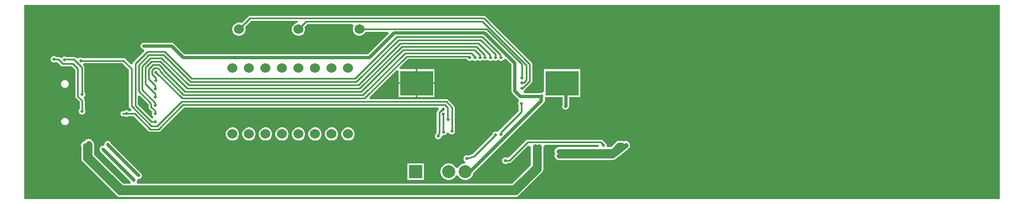
<source format=gbl>
G04*
G04 #@! TF.GenerationSoftware,Altium Limited,CircuitMaker,2.3.0 (2.3.0.3)*
G04*
G04 Layer_Physical_Order=2*
G04 Layer_Color=11436288*
%FSLAX25Y25*%
%MOIN*%
G70*
G04*
G04 #@! TF.SameCoordinates,90B3883F-12C0-4788-AEBF-A64E1D99C10B*
G04*
G04*
G04 #@! TF.FilePolarity,Positive*
G04*
G01*
G75*
%ADD13C,0.01000*%
%ADD97C,0.02000*%
%ADD98C,0.03000*%
%ADD103C,0.01949*%
%ADD104R,0.07874X0.07874*%
%ADD105C,0.07874*%
%ADD106C,0.06000*%
%ADD107C,0.14173*%
G04:AMPARAMS|DCode=108|XSize=39.37mil|YSize=86.61mil|CornerRadius=19.68mil|HoleSize=0mil|Usage=FLASHONLY|Rotation=270.000|XOffset=0mil|YOffset=0mil|HoleType=Round|Shape=RoundedRectangle|*
%AMROUNDEDRECTD108*
21,1,0.03937,0.04724,0,0,270.0*
21,1,0.00000,0.08661,0,0,270.0*
1,1,0.03937,-0.02362,0.00000*
1,1,0.03937,-0.02362,0.00000*
1,1,0.03937,0.02362,0.00000*
1,1,0.03937,0.02362,0.00000*
%
%ADD108ROUNDEDRECTD108*%
G04:AMPARAMS|DCode=109|XSize=39.37mil|YSize=78.74mil|CornerRadius=19.68mil|HoleSize=0mil|Usage=FLASHONLY|Rotation=270.000|XOffset=0mil|YOffset=0mil|HoleType=Round|Shape=RoundedRectangle|*
%AMROUNDEDRECTD109*
21,1,0.03937,0.03937,0,0,270.0*
21,1,0.00000,0.07874,0,0,270.0*
1,1,0.03937,-0.01968,0.00000*
1,1,0.03937,-0.01968,0.00000*
1,1,0.03937,0.01968,0.00000*
1,1,0.03937,0.01968,0.00000*
%
%ADD109ROUNDEDRECTD109*%
%ADD110C,0.07000*%
%ADD111C,0.02362*%
%ADD112R,0.20000X0.15000*%
G36*
X590658Y49D02*
X158Y49D01*
X158Y118249D01*
X590658Y118249D01*
X590658Y49D01*
X590658Y49D02*
G37*
%LPC*%
G36*
X278228Y111579D02*
X136758Y111579D01*
X136172Y111462D01*
X135676Y111131D01*
X131614Y107069D01*
X131601Y107077D01*
X130584Y107349D01*
X129531Y107349D01*
X128514Y107077D01*
X127601Y106550D01*
X126857Y105805D01*
X126330Y104893D01*
X126058Y103876D01*
X126058Y102823D01*
X126330Y101805D01*
X126857Y100893D01*
X127601Y100148D01*
X128514Y99622D01*
X129531Y99349D01*
X130584Y99349D01*
X131601Y99622D01*
X132513Y100148D01*
X133258Y100893D01*
X133785Y101805D01*
X134057Y102823D01*
X134057Y103876D01*
X133785Y104893D01*
X133777Y104906D01*
X137391Y108520D01*
X165528Y108520D01*
X165606Y108507D01*
X165631Y107349D01*
X165524Y107321D01*
X164613Y107077D01*
X163701Y106550D01*
X162957Y105805D01*
X162430Y104893D01*
X162157Y103876D01*
X162157Y102823D01*
X162430Y101805D01*
X162957Y100893D01*
X163701Y100148D01*
X164613Y99622D01*
X165631Y99349D01*
X166684Y99349D01*
X167701Y99622D01*
X168614Y100148D01*
X169358Y100893D01*
X169885Y101805D01*
X170158Y102823D01*
X170158Y103876D01*
X169885Y104893D01*
X169877Y104906D01*
X171473Y106502D01*
X198742Y106502D01*
X199419Y105321D01*
X199230Y104993D01*
X198958Y103976D01*
X198958Y102923D01*
X199230Y101905D01*
X199757Y100993D01*
X200501Y100248D01*
X201413Y99722D01*
X202431Y99449D01*
X203484Y99449D01*
X204501Y99722D01*
X205414Y100248D01*
X206158Y100993D01*
X206685Y101905D01*
X206689Y101920D01*
X220367Y101920D01*
X220819Y100829D01*
X212630Y92640D01*
X212484Y92579D01*
X211929Y92024D01*
X211868Y91878D01*
X208179Y88188D01*
X97202Y88188D01*
X90799Y94591D01*
X90138Y95033D01*
X89358Y95188D01*
X72557Y95188D01*
X71777Y95033D01*
X71116Y94591D01*
X70674Y93930D01*
X70518Y93149D01*
X70674Y92369D01*
X71116Y91707D01*
X71777Y91265D01*
X72194Y91182D01*
X72235Y91165D01*
X72321Y91062D01*
X72605Y90359D01*
X72633Y89929D01*
X66202Y83498D01*
X65870Y83002D01*
X65765Y82475D01*
X65324Y82181D01*
X64662Y81907D01*
X61239Y85331D01*
X60743Y85662D01*
X60158Y85779D01*
X35520Y85779D01*
X35376Y85923D01*
X34650Y86224D01*
X33865Y86224D01*
X33139Y85923D01*
X33005Y85789D01*
X31506Y85618D01*
X31101Y86022D01*
X30605Y86354D01*
X30020Y86470D01*
X25580Y86470D01*
X25573Y86478D01*
X24847Y86778D01*
X24061Y86778D01*
X23336Y86478D01*
X22780Y85922D01*
X21623Y86214D01*
X21383Y86374D01*
X20798Y86491D01*
X19359Y86491D01*
X19214Y86635D01*
X18489Y86936D01*
X17703Y86936D01*
X16978Y86635D01*
X16422Y86080D01*
X16122Y85354D01*
X16122Y84569D01*
X16422Y83843D01*
X16978Y83287D01*
X17703Y82987D01*
X18489Y82987D01*
X19214Y83287D01*
X20430Y83166D01*
X22348Y81248D01*
X22844Y80916D01*
X23429Y80800D01*
X28241Y80800D01*
X28406Y80833D01*
X28825Y80833D01*
X30922Y78736D01*
X30922Y62576D01*
X31039Y61991D01*
X31370Y61494D01*
X33569Y59295D01*
X33569Y54777D01*
X33425Y54632D01*
X33124Y53907D01*
X33124Y53121D01*
X33425Y52395D01*
X33980Y51840D01*
X34706Y51539D01*
X35491Y51539D01*
X36217Y51840D01*
X36772Y52395D01*
X37073Y53121D01*
X37073Y53907D01*
X36772Y54632D01*
X36628Y54777D01*
X36628Y59929D01*
X36511Y60514D01*
X36340Y60771D01*
X36044Y61927D01*
X36600Y62482D01*
X36900Y63208D01*
X36900Y63994D01*
X36600Y64719D01*
X36455Y64864D01*
X36455Y80035D01*
X36339Y80620D01*
X36007Y81116D01*
X35626Y81498D01*
X35616Y81613D01*
X36074Y82720D01*
X59524Y82720D01*
X63428Y78816D01*
X63428Y56749D01*
X63544Y56164D01*
X63876Y55668D01*
X64974Y54570D01*
X64522Y53479D01*
X63214Y53479D01*
X63042Y53651D01*
X62317Y53951D01*
X61531Y53951D01*
X60806Y53651D01*
X60634Y53479D01*
X59857Y53479D01*
X59272Y53362D01*
X58776Y53031D01*
X58444Y52535D01*
X58328Y51949D01*
X58444Y51364D01*
X58776Y50868D01*
X59272Y50536D01*
X59857Y50420D01*
X60689Y50420D01*
X60806Y50303D01*
X61531Y50002D01*
X62317Y50002D01*
X63042Y50303D01*
X63159Y50420D01*
X66296Y50420D01*
X75222Y41493D01*
X75718Y41162D01*
X76303Y41045D01*
X81312Y41045D01*
X81897Y41162D01*
X82393Y41493D01*
X96694Y55794D01*
X250570Y55794D01*
X251059Y54613D01*
X250302Y53856D01*
X249970Y53359D01*
X249854Y52774D01*
X249854Y40702D01*
X249588Y40437D01*
X249256Y39940D01*
X249232Y39820D01*
X248995Y39583D01*
X248695Y38857D01*
X248695Y38072D01*
X248995Y37346D01*
X249551Y36791D01*
X250277Y36490D01*
X251062Y36490D01*
X251788Y36791D01*
X252343Y37346D01*
X252644Y38072D01*
X253499Y38915D01*
X253735Y38931D01*
X254300Y38931D01*
X255026Y39232D01*
X255581Y39787D01*
X255852Y40440D01*
X256121Y40530D01*
X257063Y40597D01*
X257087Y40538D01*
X257243Y40161D01*
X257799Y39606D01*
X258525Y39305D01*
X259310Y39305D01*
X260036Y39606D01*
X260591Y40161D01*
X260892Y40887D01*
X260892Y41672D01*
X260667Y42215D01*
X260667Y55797D01*
X260551Y56382D01*
X260219Y56878D01*
X256692Y60405D01*
X256196Y60737D01*
X255611Y60853D01*
X209392Y60853D01*
X208940Y61944D01*
X225410Y78414D01*
X226591Y77925D01*
X226591Y71024D01*
X237083Y71024D01*
X237083Y79016D01*
X227682Y79016D01*
X227192Y80197D01*
X232315Y85320D01*
X267981Y85320D01*
X268184Y84831D01*
X268739Y84275D01*
X269465Y83975D01*
X270250Y83975D01*
X270976Y84275D01*
X271458Y84757D01*
X271839Y84375D01*
X272565Y84075D01*
X273350Y84075D01*
X274076Y84375D01*
X274568Y84867D01*
X274949Y84486D01*
X275675Y84185D01*
X276461Y84185D01*
X277186Y84486D01*
X277628Y84928D01*
X277991Y84565D01*
X278716Y84264D01*
X279502Y84264D01*
X280227Y84565D01*
X280654Y84992D01*
X281189Y84456D01*
X281915Y84156D01*
X282701Y84156D01*
X283426Y84456D01*
X283858Y84888D01*
X284310Y84437D01*
X285035Y84136D01*
X285821Y84136D01*
X286546Y84437D01*
X287057Y84947D01*
X287518Y84486D01*
X288244Y84185D01*
X289029Y84185D01*
X289755Y84486D01*
X290269Y85000D01*
X290325Y85044D01*
X291679Y85260D01*
X295118Y81821D01*
X295118Y65849D01*
X295273Y65069D01*
X295716Y64407D01*
X299015Y61107D01*
X299016Y61107D01*
X299350Y60884D01*
X299451Y60655D01*
X299552Y59815D01*
X299505Y59495D01*
X299266Y59257D01*
X298965Y58531D01*
X298965Y57745D01*
X299266Y57020D01*
X299410Y56875D01*
X299410Y53604D01*
X296856Y51050D01*
X296701Y50946D01*
X287506Y41751D01*
X287460Y41683D01*
X287041Y41242D01*
X285945Y41129D01*
X285929Y41136D01*
X285143Y41136D01*
X284418Y40836D01*
X283862Y40280D01*
X283562Y39555D01*
X283562Y39350D01*
X271558Y27346D01*
X268760Y26507D01*
X268396Y26658D01*
X267610Y26658D01*
X266885Y26358D01*
X266329Y25802D01*
X266029Y25076D01*
X266029Y24291D01*
X266329Y23565D01*
X266885Y23010D01*
X267155Y22898D01*
X266920Y21717D01*
X266402Y21717D01*
X265146Y21381D01*
X264021Y20730D01*
X263101Y19811D01*
X262699Y19114D01*
X262691Y19111D01*
X261413Y19111D01*
X261405Y19114D01*
X261003Y19811D01*
X260083Y20730D01*
X258958Y21381D01*
X257702Y21717D01*
X256402Y21717D01*
X255146Y21381D01*
X254021Y20730D01*
X253101Y19811D01*
X252451Y18686D01*
X252115Y17430D01*
X252115Y16130D01*
X252451Y14874D01*
X253101Y13748D01*
X254021Y12829D01*
X255146Y12179D01*
X256402Y11843D01*
X257702Y11843D01*
X258958Y12179D01*
X260083Y12829D01*
X261003Y13748D01*
X261405Y14446D01*
X261413Y14449D01*
X262691Y14449D01*
X262699Y14446D01*
X263101Y13748D01*
X264021Y12829D01*
X265146Y12179D01*
X266402Y11843D01*
X267702Y11843D01*
X268958Y12179D01*
X270083Y12829D01*
X271003Y13748D01*
X271653Y14874D01*
X271865Y15668D01*
X314659Y58462D01*
X314659Y58462D01*
X315101Y59124D01*
X315257Y59904D01*
X315257Y59904D01*
X315257Y62032D01*
X325951Y62032D01*
X325951Y57098D01*
X325860Y56879D01*
X325860Y56094D01*
X326161Y55368D01*
X326716Y54812D01*
X327187Y54617D01*
X327210Y54602D01*
X327236Y54597D01*
X327442Y54512D01*
X327664Y54512D01*
X327990Y54447D01*
X328770Y54602D01*
X329432Y55044D01*
X329874Y55706D01*
X330029Y56486D01*
X330029Y62032D01*
X336575Y62032D01*
X336575Y79031D01*
X314575Y79031D01*
X314575Y65649D01*
X313784Y64698D01*
X312999Y64698D01*
X312735Y64588D01*
X302652Y64588D01*
X302417Y65769D01*
X302610Y65849D01*
X303165Y66405D01*
X303398Y66968D01*
X307144Y70714D01*
X307476Y71210D01*
X307592Y71796D01*
X307592Y82215D01*
X307476Y82800D01*
X307144Y83296D01*
X279310Y111131D01*
X278814Y111462D01*
X278228Y111579D01*
X278228Y111579D02*
G37*
G36*
X248559Y79016D02*
X238067Y79016D01*
X238067Y71024D01*
X248559Y71024D01*
X248559Y79016D01*
X248559Y79016D02*
G37*
G36*
X25090Y72374D02*
X24184Y72374D01*
X23346Y72027D01*
X22704Y71385D01*
X22357Y70547D01*
X22357Y69641D01*
X22704Y68803D01*
X23346Y68162D01*
X24184Y67815D01*
X25090Y67815D01*
X25928Y68162D01*
X26570Y68803D01*
X26917Y69641D01*
X26917Y70547D01*
X26570Y71385D01*
X25928Y72027D01*
X25090Y72374D01*
X25090Y72374D02*
G37*
G36*
X248559Y70039D02*
X238067Y70039D01*
X238067Y62047D01*
X248559Y62047D01*
X248559Y70039D01*
X248559Y70039D02*
G37*
G36*
X237083Y70039D02*
X226591Y70039D01*
X226591Y62047D01*
X237083Y62047D01*
X237083Y70039D01*
X237083Y70039D02*
G37*
G36*
X25090Y49539D02*
X24184Y49539D01*
X23346Y49192D01*
X22704Y48551D01*
X22357Y47713D01*
X22357Y46806D01*
X22704Y45968D01*
X23346Y45327D01*
X24184Y44980D01*
X25090Y44980D01*
X25928Y45327D01*
X26570Y45968D01*
X26917Y46806D01*
X26917Y47713D01*
X26570Y48551D01*
X25928Y49192D01*
X25090Y49539D01*
X25090Y49539D02*
G37*
G36*
X196684Y43649D02*
X195631Y43649D01*
X194614Y43377D01*
X193701Y42850D01*
X192957Y42105D01*
X192430Y41193D01*
X192157Y40176D01*
X192157Y39123D01*
X192430Y38105D01*
X192957Y37193D01*
X193701Y36448D01*
X194614Y35922D01*
X195631Y35649D01*
X196684Y35649D01*
X197701Y35922D01*
X198614Y36448D01*
X199358Y37193D01*
X199885Y38105D01*
X200157Y39123D01*
X200157Y40176D01*
X199885Y41193D01*
X199358Y42105D01*
X198614Y42850D01*
X197701Y43377D01*
X196684Y43649D01*
X196684Y43649D02*
G37*
G36*
X186684Y43649D02*
X185631Y43649D01*
X184614Y43377D01*
X183701Y42850D01*
X182957Y42105D01*
X182430Y41193D01*
X182158Y40176D01*
X182158Y39123D01*
X182430Y38105D01*
X182957Y37193D01*
X183701Y36448D01*
X184614Y35922D01*
X185631Y35649D01*
X186684Y35649D01*
X187701Y35922D01*
X188613Y36448D01*
X189358Y37193D01*
X189885Y38105D01*
X190157Y39123D01*
X190157Y40176D01*
X189885Y41193D01*
X189358Y42105D01*
X188613Y42850D01*
X187701Y43377D01*
X186684Y43649D01*
X186684Y43649D02*
G37*
G36*
X176684Y43649D02*
X175631Y43649D01*
X174613Y43377D01*
X173701Y42850D01*
X172957Y42105D01*
X172430Y41193D01*
X172158Y40176D01*
X172158Y39123D01*
X172430Y38105D01*
X172957Y37193D01*
X173701Y36448D01*
X174613Y35922D01*
X175631Y35649D01*
X176684Y35649D01*
X177701Y35922D01*
X178613Y36448D01*
X179358Y37193D01*
X179885Y38105D01*
X180157Y39123D01*
X180157Y40176D01*
X179885Y41193D01*
X179358Y42105D01*
X178613Y42850D01*
X177701Y43377D01*
X176684Y43649D01*
X176684Y43649D02*
G37*
G36*
X166684Y43649D02*
X165631Y43649D01*
X164613Y43377D01*
X163701Y42850D01*
X162957Y42105D01*
X162430Y41193D01*
X162157Y40176D01*
X162157Y39123D01*
X162430Y38105D01*
X162957Y37193D01*
X163701Y36448D01*
X164613Y35922D01*
X165631Y35649D01*
X166684Y35649D01*
X167701Y35922D01*
X168614Y36448D01*
X169358Y37193D01*
X169885Y38105D01*
X170158Y39123D01*
X170158Y40176D01*
X169885Y41193D01*
X169358Y42105D01*
X168614Y42850D01*
X167701Y43377D01*
X166684Y43649D01*
X166684Y43649D02*
G37*
G36*
X156684Y43649D02*
X155631Y43649D01*
X154613Y43377D01*
X153701Y42850D01*
X152957Y42105D01*
X152430Y41193D01*
X152157Y40176D01*
X152157Y39123D01*
X152430Y38105D01*
X152957Y37193D01*
X153701Y36448D01*
X154613Y35922D01*
X155631Y35649D01*
X156684Y35649D01*
X157701Y35922D01*
X158614Y36448D01*
X159358Y37193D01*
X159885Y38105D01*
X160158Y39123D01*
X160158Y40176D01*
X159885Y41193D01*
X159358Y42105D01*
X158614Y42850D01*
X157701Y43377D01*
X156684Y43649D01*
X156684Y43649D02*
G37*
G36*
X146684Y43649D02*
X145631Y43649D01*
X144614Y43377D01*
X143701Y42850D01*
X142957Y42105D01*
X142430Y41193D01*
X142157Y40176D01*
X142157Y39123D01*
X142430Y38105D01*
X142957Y37193D01*
X143701Y36448D01*
X144614Y35922D01*
X145631Y35649D01*
X146684Y35649D01*
X147701Y35922D01*
X148614Y36448D01*
X149358Y37193D01*
X149885Y38105D01*
X150157Y39123D01*
X150157Y40176D01*
X149885Y41193D01*
X149358Y42105D01*
X148614Y42850D01*
X147701Y43377D01*
X146684Y43649D01*
X146684Y43649D02*
G37*
G36*
X136684Y43649D02*
X135631Y43649D01*
X134614Y43377D01*
X133701Y42850D01*
X132957Y42105D01*
X132430Y41193D01*
X132158Y40176D01*
X132158Y39123D01*
X132430Y38105D01*
X132957Y37193D01*
X133701Y36448D01*
X134614Y35922D01*
X135631Y35649D01*
X136684Y35649D01*
X137701Y35922D01*
X138613Y36448D01*
X139358Y37193D01*
X139885Y38105D01*
X140157Y39123D01*
X140157Y40176D01*
X139885Y41193D01*
X139358Y42105D01*
X138613Y42850D01*
X137701Y43377D01*
X136684Y43649D01*
X136684Y43649D02*
G37*
G36*
X126684Y43649D02*
X125631Y43649D01*
X124613Y43377D01*
X123701Y42850D01*
X122957Y42105D01*
X122430Y41193D01*
X122158Y40176D01*
X122158Y39123D01*
X122430Y38105D01*
X122957Y37193D01*
X123701Y36448D01*
X124613Y35922D01*
X125631Y35649D01*
X126684Y35649D01*
X127701Y35922D01*
X128613Y36448D01*
X129358Y37193D01*
X129885Y38105D01*
X130157Y39123D01*
X130157Y40176D01*
X129885Y41193D01*
X129358Y42105D01*
X128613Y42850D01*
X127701Y43377D01*
X126684Y43649D01*
X126684Y43649D02*
G37*
G36*
X38917Y36742D02*
X37942Y36548D01*
X37115Y35995D01*
X36562Y35168D01*
X36554Y35126D01*
X35983Y35012D01*
X35156Y34460D01*
X34604Y33633D01*
X34410Y32658D01*
X34604Y31682D01*
X34662Y31595D01*
X34662Y24679D01*
X34856Y23704D01*
X35408Y22877D01*
X55983Y2302D01*
X56810Y1749D01*
X57785Y1555D01*
X297611Y1555D01*
X298587Y1749D01*
X299413Y2302D01*
X313535Y16423D01*
X314087Y17250D01*
X314281Y18225D01*
X314281Y32126D01*
X315288Y33116D01*
X347676Y33116D01*
X347956Y32879D01*
X347571Y31831D01*
X347420Y31698D01*
X323750Y31698D01*
X322775Y31504D01*
X321948Y30952D01*
X321395Y30125D01*
X321201Y29149D01*
X321395Y28174D01*
X321635Y27814D01*
X321375Y27425D01*
X321181Y26449D01*
X321375Y25474D01*
X321928Y24647D01*
X322755Y24094D01*
X323730Y23900D01*
X356457Y23900D01*
X356816Y23971D01*
X357180Y24005D01*
X357300Y24068D01*
X357433Y24094D01*
X357737Y24297D01*
X358060Y24467D01*
X364367Y29566D01*
X364394Y29588D01*
X364394Y29588D01*
X364394Y29588D01*
X365933Y30833D01*
X366570Y31597D01*
X366865Y32547D01*
X366775Y33537D01*
X366313Y34418D01*
X365549Y35054D01*
X364599Y35350D01*
X363609Y35260D01*
X363041Y34962D01*
X362545Y35293D01*
X361570Y35487D01*
X360202Y35487D01*
X359226Y35293D01*
X358399Y34740D01*
X355357Y31698D01*
X353105Y31698D01*
X352732Y32256D01*
X352732Y33042D01*
X352431Y33768D01*
X351876Y34323D01*
X351484Y34485D01*
X350242Y35727D01*
X349746Y36059D01*
X349161Y36175D01*
X304919Y36175D01*
X304334Y36059D01*
X303838Y35727D01*
X293744Y25633D01*
X292644Y25215D01*
X291919Y25516D01*
X291133Y25516D01*
X290407Y25215D01*
X289852Y24660D01*
X289551Y23934D01*
X289551Y23148D01*
X289852Y22423D01*
X290407Y21867D01*
X291133Y21567D01*
X291919Y21567D01*
X292644Y21867D01*
X292777Y22000D01*
X293431Y21994D01*
X293438Y21996D01*
X293445Y21994D01*
X293797Y21994D01*
X294382Y22111D01*
X294878Y22442D01*
X305024Y32588D01*
X305680Y32560D01*
X306742Y32146D01*
X306742Y20800D01*
X295421Y9478D01*
X68655Y9478D01*
X68351Y9919D01*
X68053Y10659D01*
X68274Y11192D01*
X68274Y11465D01*
X68406Y11693D01*
X69261Y12354D01*
X69418Y12419D01*
X69647Y12465D01*
X69714Y12465D01*
X69776Y12490D01*
X70101Y12555D01*
X70377Y12740D01*
X70439Y12765D01*
X70487Y12813D01*
X70763Y12997D01*
X70947Y13273D01*
X70995Y13321D01*
X71020Y13383D01*
X71205Y13659D01*
X71270Y13984D01*
X71295Y14046D01*
X71295Y14113D01*
X71360Y14439D01*
X71295Y14765D01*
X71295Y14832D01*
X71270Y14894D01*
X71205Y15219D01*
X71020Y15495D01*
X70995Y15557D01*
X70947Y15605D01*
X70763Y15881D01*
X52421Y34222D01*
X52340Y34418D01*
X51785Y34973D01*
X51059Y35274D01*
X50274Y35274D01*
X49548Y34973D01*
X48993Y34418D01*
X48692Y33692D01*
X48692Y33419D01*
X48529Y33136D01*
X48405Y32955D01*
X47749Y32549D01*
X47548Y32465D01*
X47319Y32419D01*
X47252Y32419D01*
X47190Y32394D01*
X46865Y32329D01*
X46588Y32144D01*
X46527Y32119D01*
X46479Y32071D01*
X46203Y31887D01*
X46018Y31611D01*
X45971Y31563D01*
X45945Y31501D01*
X45761Y31225D01*
X45696Y30900D01*
X45671Y30838D01*
X45671Y30770D01*
X45606Y30445D01*
X45671Y30119D01*
X45671Y30052D01*
X45696Y29990D01*
X45761Y29664D01*
X45945Y29388D01*
X45971Y29327D01*
X46018Y29279D01*
X46203Y29003D01*
X64545Y10661D01*
X64546Y10659D01*
X64248Y9919D01*
X63943Y9478D01*
X60033Y9478D01*
X42307Y27205D01*
X42307Y33353D01*
X42112Y34328D01*
X41560Y35155D01*
X40720Y35995D01*
X39893Y36548D01*
X38917Y36742D01*
X38917Y36742D02*
G37*
G36*
X241989Y21717D02*
X232115Y21717D01*
X232115Y11843D01*
X241989Y11843D01*
X241989Y21717D01*
X241989Y21717D02*
G37*
%LPD*%
G36*
X75354Y57493D02*
X75354Y56224D01*
X75470Y55639D01*
X75802Y55143D01*
X77780Y53164D01*
X77684Y53068D01*
X77383Y52342D01*
X77383Y51556D01*
X77684Y50831D01*
X78095Y50420D01*
X78071Y49629D01*
X77948Y49157D01*
X77405Y48961D01*
X68813Y57553D01*
X68813Y62491D01*
X69904Y62943D01*
X75354Y57493D01*
X75354Y57493D02*
G37*
D13*
X77153Y47049D02*
X79357Y47049D01*
X67283Y56920D02*
X77153Y47049D01*
X67283Y56920D02*
X67283Y82416D01*
X76883Y56224D02*
X79357Y53750D01*
X79357Y51949D02*
X79357Y53750D01*
X76883Y56224D02*
X76883Y58127D01*
X69283Y65727D02*
X76883Y58127D01*
X69283Y65727D02*
X69283Y81588D01*
X79357Y57249D02*
X79357Y58566D01*
X71283Y66640D02*
X79357Y58566D01*
X71283Y66640D02*
X71283Y80759D01*
X293797Y23524D02*
X304919Y34646D01*
X293445Y23524D02*
X293797Y23524D01*
X291526Y23541D02*
X293445Y23524D01*
X304919Y34646D02*
X349161Y34646D01*
X50666Y33093D02*
X50666Y33299D01*
X66299Y11585D02*
X66299Y11791D01*
X255611Y59324D02*
X259138Y55797D01*
X259138Y41500D02*
X259138Y55797D01*
X258917Y41280D02*
X259138Y41500D01*
X59857Y51949D02*
X66929Y51949D01*
X254782Y57324D02*
X256332Y55774D01*
X256332Y48692D02*
X256663Y48361D01*
X256332Y48692D02*
X256332Y55774D01*
X250669Y38465D02*
X250669Y39355D01*
X251383Y40069D01*
X251383Y52774D01*
X252833Y54224D02*
X253758Y54224D01*
X251383Y52774D02*
X252833Y54224D01*
X253857Y40905D02*
X253857Y51749D01*
X34926Y63601D02*
X34926Y80035D01*
X30020Y84941D02*
X34926Y80035D01*
X24454Y84941D02*
X30020Y84941D01*
X64957Y56749D02*
X77132Y44575D01*
X64957Y56749D02*
X64957Y79449D01*
X77132Y44575D02*
X80483Y44575D01*
X268003Y24684D02*
X272366Y25992D01*
X285536Y39162D01*
X301617Y67349D02*
X306063Y71796D01*
X301491Y67349D02*
X301617Y67349D01*
X278228Y110049D02*
X306063Y82215D01*
X306063Y71796D02*
X306063Y82215D01*
X136758Y110049D02*
X278228Y110049D01*
X303966Y72352D02*
X303966Y81558D01*
X277493Y108031D02*
X303966Y81558D01*
X170840Y108031D02*
X277493Y108031D01*
X166157Y103349D02*
X170840Y108031D01*
X280104Y103449D02*
X301491Y82062D01*
X202958Y103449D02*
X280104Y103449D01*
X302337Y70723D02*
X303966Y72352D01*
X301491Y73849D02*
X301491Y82062D01*
X301491Y70723D02*
X302337Y70723D01*
X130058Y103349D02*
X136758Y110049D01*
X231682Y86849D02*
X268957Y86849D01*
X206226Y61393D02*
X231682Y86849D01*
X95613Y61393D02*
X206226Y61393D01*
X230562Y88849D02*
X270729Y88849D01*
X205106Y63393D02*
X230562Y88849D01*
X96442Y63393D02*
X205106Y63393D01*
X229471Y90849D02*
X272717Y90849D01*
X204015Y65393D02*
X229471Y90849D01*
X97270Y65393D02*
X204015Y65393D01*
X228656Y92849D02*
X273788Y92849D01*
X203200Y67393D02*
X228656Y92849D01*
X98770Y67393D02*
X203200Y67393D01*
X227733Y94849D02*
X274967Y94849D01*
X202277Y69393D02*
X227733Y94849D01*
X99598Y69393D02*
X202277Y69393D01*
X226682Y96849D02*
X276451Y96849D01*
X201226Y71393D02*
X226682Y96849D01*
X100713Y71393D02*
X201226Y71393D01*
X225828Y98849D02*
X277473Y98849D01*
X200372Y73393D02*
X225828Y98849D01*
X101542Y73393D02*
X200372Y73393D01*
X349161Y34646D02*
X350758Y33049D01*
X18096Y84961D02*
X20798Y84961D01*
X23429Y82329D01*
X28241Y82329D01*
X28274Y82362D01*
X29459Y82362D01*
X32452Y79369D01*
X32452Y62576D02*
X32452Y79369D01*
X32452Y62576D02*
X35098Y59929D01*
X35098Y53514D02*
X35098Y59929D01*
X288587Y39585D02*
X288587Y40670D01*
X297782Y49865D01*
X297833Y49865D02*
X300940Y52971D01*
X297782Y49865D02*
X297833Y49865D01*
X300940Y52971D02*
X300940Y58138D01*
X276068Y86160D02*
X276068Y87498D01*
X272717Y90849D02*
X276068Y87498D01*
X278857Y87779D02*
X279109Y86239D01*
X273788Y92849D02*
X278857Y87779D01*
X282057Y87759D02*
X282308Y86130D01*
X274967Y94849D02*
X282057Y87759D01*
X285258Y88043D02*
X285428Y86111D01*
X276451Y96849D02*
X285258Y88043D01*
X288472Y86263D02*
X288472Y87850D01*
X277473Y98849D02*
X288472Y87850D01*
X272857Y86349D02*
X272857Y86721D01*
X270729Y88849D02*
X272857Y86721D01*
X96060Y57324D02*
X254782Y57324D01*
X95232Y59324D02*
X255611Y59324D01*
X313217Y62549D02*
X313391Y62723D01*
X253758Y54224D02*
X253758Y54849D01*
X66929Y51949D02*
X76303Y42575D01*
X81312Y42575D01*
X96060Y57324D01*
X80483Y44575D02*
X95232Y59324D01*
X79757Y77249D02*
X95613Y61393D01*
X82232Y77603D02*
X96442Y63393D01*
X84232Y78432D02*
X97270Y65393D01*
X82388Y83775D02*
X98770Y67393D01*
X83217Y85775D02*
X99598Y69393D01*
X84332Y87775D02*
X100713Y71393D01*
X85160Y89775D02*
X101542Y73393D01*
X34258Y84249D02*
X60158Y84249D01*
X64957Y79449D01*
X69283Y81588D02*
X75470Y87775D01*
X67283Y82416D02*
X74642Y89775D01*
X85160Y89775D01*
X82232Y77603D02*
X82232Y78274D01*
X81560Y81775D02*
X84232Y79103D01*
X84232Y78432D02*
X84232Y79103D01*
X80782Y79724D02*
X82232Y78274D01*
X77955Y81775D02*
X81560Y81775D01*
X77127Y83775D02*
X82388Y83775D01*
X76298Y85775D02*
X83217Y85775D01*
X75283Y73224D02*
X79558Y68950D01*
X79558Y67249D02*
X79558Y68950D01*
X73283Y70024D02*
X79357Y63950D01*
X75283Y73224D02*
X75283Y79103D01*
X73283Y70024D02*
X73283Y79931D01*
X75470Y87775D02*
X84332Y87775D01*
X71283Y80759D02*
X76298Y85775D01*
X73283Y79931D02*
X77127Y83775D01*
X75283Y79103D02*
X77955Y81775D01*
X77283Y76224D02*
X77283Y78274D01*
X78733Y79724D02*
X80782Y79724D01*
X77283Y78274D02*
X78733Y79724D01*
X79357Y62149D02*
X79357Y63950D01*
X77283Y76224D02*
X79757Y73750D01*
X79757Y72249D02*
X79757Y73750D01*
X268957Y86849D02*
X269858Y85949D01*
D97*
X326392Y70157D02*
X327990Y68559D01*
X327990Y56486D02*
X327990Y68559D01*
X72557Y93149D02*
X89358Y93149D01*
X209023Y86149D02*
X224065Y101191D01*
X50666Y33093D02*
X69321Y14439D01*
X47645Y30445D02*
X66299Y11791D01*
X297158Y65849D02*
X297158Y82665D01*
X278632Y101191D02*
X297158Y82665D01*
X224065Y101191D02*
X278632Y101191D01*
X267052Y16780D02*
X270093Y16780D01*
X297158Y65849D02*
X300458Y62549D01*
X96358Y86149D02*
X209023Y86149D01*
X270093Y16780D02*
X313217Y59904D01*
X313217Y62549D01*
X89358Y93149D02*
X96358Y86149D01*
X300458Y62549D02*
X313217Y62549D01*
D98*
X360202Y32938D02*
X361570Y32938D01*
X323750Y29149D02*
X356413Y29149D01*
X356457Y26449D02*
X362764Y31549D01*
X309291Y19744D02*
X309291Y32146D01*
X323730Y26449D02*
X356457Y26449D01*
X36959Y32658D02*
X37211Y32405D01*
X296476Y6929D02*
X309291Y19744D01*
X58978Y6929D02*
X296476Y6929D01*
X39757Y26149D02*
X58978Y6929D01*
X297611Y4104D02*
X311732Y18225D01*
X57785Y4104D02*
X297611Y4104D01*
X37211Y24679D02*
X57785Y4104D01*
X38917Y34193D02*
X39757Y33353D01*
X39757Y26149D02*
X39757Y33353D01*
X37211Y24679D02*
X37211Y32405D01*
X356413Y29149D02*
X360202Y32938D01*
X362764Y31549D02*
X362791Y31570D01*
X364331Y32815D01*
X311732Y18225D02*
X311732Y32126D01*
D103*
X38917Y34193D02*
D03*
X36959Y32658D02*
D03*
X66299Y11585D02*
D03*
X69321Y14439D02*
D03*
X50666Y33299D02*
D03*
X47645Y30445D02*
D03*
X327835Y56486D02*
D03*
X258917Y41280D02*
D03*
X361526Y33081D02*
D03*
X34926Y63601D02*
D03*
X24454Y84804D02*
D03*
X350758Y32649D02*
D03*
X250669Y38465D02*
D03*
X253907Y40905D02*
D03*
X268003Y24684D02*
D03*
X323750Y29041D02*
D03*
X323730Y26600D02*
D03*
X291526Y23541D02*
D03*
X18096Y84961D02*
D03*
X35098Y53514D02*
D03*
X288587Y39585D02*
D03*
X213602Y90905D02*
D03*
X61924Y51977D02*
D03*
X300940Y58138D02*
D03*
X276068Y86160D02*
D03*
X285428Y86111D02*
D03*
X288637Y86160D02*
D03*
X279109Y86239D02*
D03*
X282308Y86130D02*
D03*
X272957Y86049D02*
D03*
X269858Y85949D02*
D03*
X79757Y77249D02*
D03*
X79558Y67249D02*
D03*
X79757Y72249D02*
D03*
X79357Y57249D02*
D03*
X79357Y62149D02*
D03*
X79357Y47049D02*
D03*
X79357Y51949D02*
D03*
X253758Y54849D02*
D03*
X253857Y51749D02*
D03*
X256663Y48361D02*
D03*
X309291Y32146D02*
D03*
X311732Y32126D02*
D03*
X364331Y32815D02*
D03*
X72628Y93140D02*
D03*
X313391Y62723D02*
D03*
X34258Y84249D02*
D03*
X301491Y67523D02*
D03*
X301491Y70723D02*
D03*
X301491Y73823D02*
D03*
X285536Y39162D02*
D03*
D104*
X237052Y16780D02*
D03*
D105*
X247052Y16780D02*
D03*
X257052Y16780D02*
D03*
X267052Y16780D02*
D03*
D106*
X126157Y39649D02*
D03*
X136158Y39649D02*
D03*
X146158Y39649D02*
D03*
X156158Y39649D02*
D03*
X166157Y39649D02*
D03*
X176157Y39649D02*
D03*
X186158Y39649D02*
D03*
X196158Y39649D02*
D03*
X196158Y79649D02*
D03*
X186158Y79649D02*
D03*
X176157Y79649D02*
D03*
X166157Y79649D02*
D03*
X126157Y79649D02*
D03*
X136158Y79649D02*
D03*
X146158Y79649D02*
D03*
X156158Y79649D02*
D03*
X112458Y103349D02*
D03*
X130058Y103349D02*
D03*
X148557Y103349D02*
D03*
X166157Y103349D02*
D03*
X185357Y103449D02*
D03*
X202958Y103449D02*
D03*
D107*
X524493Y76219D02*
D03*
X408922Y31868D02*
D03*
X578657Y11860D02*
D03*
X578657Y106348D02*
D03*
X19602Y11860D02*
D03*
X19602Y106348D02*
D03*
D108*
X10858Y41649D02*
D03*
X10858Y75704D02*
D03*
D109*
X26605Y75704D02*
D03*
X26605Y41649D02*
D03*
D110*
X107457Y93849D02*
D03*
X135057Y93849D02*
D03*
X143558Y93849D02*
D03*
X171158Y93849D02*
D03*
X180358Y93949D02*
D03*
X207958Y93949D02*
D03*
D111*
X71526Y58937D02*
D03*
X73868Y55344D02*
D03*
X348642Y57736D02*
D03*
X319734Y81604D02*
D03*
X61998Y73730D02*
D03*
X50256Y73593D02*
D03*
X79285Y13300D02*
D03*
X83327Y13268D02*
D03*
X87313Y13268D02*
D03*
X91441Y13300D02*
D03*
X95348Y13359D02*
D03*
X99827Y13477D02*
D03*
X49935Y63288D02*
D03*
X52858Y38199D02*
D03*
X83127Y35674D02*
D03*
X89413Y35691D02*
D03*
X95913Y35546D02*
D03*
X264301Y79409D02*
D03*
X264321Y83819D02*
D03*
X333898Y45915D02*
D03*
X337825Y46028D02*
D03*
X401258Y21949D02*
D03*
X386631Y8040D02*
D03*
X379631Y8040D02*
D03*
X341453Y46956D02*
D03*
X341299Y52441D02*
D03*
X341492Y57576D02*
D03*
X204931Y13258D02*
D03*
X208973Y13226D02*
D03*
X212959Y13226D02*
D03*
X217087Y13258D02*
D03*
X220994Y13317D02*
D03*
X184518Y13130D02*
D03*
X188559Y13098D02*
D03*
X192545Y13098D02*
D03*
X196673Y13130D02*
D03*
X200581Y13189D02*
D03*
X163937Y13307D02*
D03*
X167979Y13275D02*
D03*
X171965Y13275D02*
D03*
X176093Y13307D02*
D03*
X180000Y13366D02*
D03*
X143081Y13347D02*
D03*
X147122Y13314D02*
D03*
X151109Y13314D02*
D03*
X155236Y13347D02*
D03*
X159144Y13406D02*
D03*
X138602Y13228D02*
D03*
X134695Y13169D02*
D03*
X130567Y13137D02*
D03*
X126581Y13137D02*
D03*
X122539Y13169D02*
D03*
X28851Y87633D02*
D03*
X28973Y97153D02*
D03*
X345138Y112923D02*
D03*
X338809Y113256D02*
D03*
X358524Y112539D02*
D03*
X351939Y112736D02*
D03*
X362923Y20315D02*
D03*
X362835Y26201D02*
D03*
X401441Y62327D02*
D03*
X401441Y75327D02*
D03*
X401441Y68727D02*
D03*
X414541Y83227D02*
D03*
X414541Y69827D02*
D03*
X414541Y76827D02*
D03*
X518676Y22691D02*
D03*
X518776Y43291D02*
D03*
X518676Y35691D02*
D03*
X518676Y29091D02*
D03*
X531776Y43591D02*
D03*
X531776Y30191D02*
D03*
X531776Y37191D02*
D03*
X531676Y22991D02*
D03*
X530831Y112372D02*
D03*
X475531Y112472D02*
D03*
X413031Y112372D02*
D03*
X364631Y112572D02*
D03*
X502731Y112372D02*
D03*
X516931Y112272D02*
D03*
X461331Y112272D02*
D03*
X398431Y112472D02*
D03*
X406031Y112372D02*
D03*
X291565Y47854D02*
D03*
X322921Y99154D02*
D03*
X322950Y113455D02*
D03*
X317575Y55775D02*
D03*
X321856Y52291D02*
D03*
X318175Y48570D02*
D03*
X313855Y41051D02*
D03*
X330020Y46024D02*
D03*
X341571Y40992D02*
D03*
X82910Y39909D02*
D03*
X249957Y76740D02*
D03*
X245679Y81565D02*
D03*
X239179Y81710D02*
D03*
X232894Y81693D02*
D03*
X309026Y78130D02*
D03*
X38825Y97232D02*
D03*
X28973Y92035D02*
D03*
X34110Y97232D02*
D03*
X55797Y73701D02*
D03*
X323767Y19685D02*
D03*
X319173Y14656D02*
D03*
X302933Y21929D02*
D03*
X296024Y21959D02*
D03*
X296132Y14636D02*
D03*
X359203Y7795D02*
D03*
X352921Y7746D02*
D03*
X347500Y7933D02*
D03*
X341307Y19203D02*
D03*
X330322Y113681D02*
D03*
X330450Y99075D02*
D03*
X322744Y106112D02*
D03*
X313366Y81496D02*
D03*
X310581Y52658D02*
D03*
X309449Y48986D02*
D03*
X278046Y72036D02*
D03*
X67067Y25738D02*
D03*
X61417Y64370D02*
D03*
X43612Y63238D02*
D03*
X305935Y47471D02*
D03*
X415507Y62813D02*
D03*
X415280Y42981D02*
D03*
X401294Y43217D02*
D03*
X401294Y49683D02*
D03*
X341132Y13543D02*
D03*
X341201Y8278D02*
D03*
X373322Y42498D02*
D03*
X373145Y31800D02*
D03*
X373204Y37105D02*
D03*
X373381Y48296D02*
D03*
X373440Y53748D02*
D03*
X373715Y64182D02*
D03*
X373804Y70156D02*
D03*
X373804Y76731D02*
D03*
X373686Y82853D02*
D03*
X270758Y72049D02*
D03*
X284958Y71949D02*
D03*
X270357Y53849D02*
D03*
X277568Y53849D02*
D03*
X284631Y53965D02*
D03*
X531658Y57949D02*
D03*
X531658Y50949D02*
D03*
X531757Y85549D02*
D03*
X531658Y64349D02*
D03*
X525404Y99016D02*
D03*
X531658Y92449D02*
D03*
X518558Y84549D02*
D03*
X518657Y98749D02*
D03*
X518657Y91749D02*
D03*
X518558Y49849D02*
D03*
X518558Y56449D02*
D03*
X518657Y64049D02*
D03*
X415202Y49703D02*
D03*
X415221Y56071D02*
D03*
X414458Y91749D02*
D03*
X401358Y83849D02*
D03*
X401458Y98049D02*
D03*
X401458Y91049D02*
D03*
X414558Y22249D02*
D03*
X401358Y55749D02*
D03*
X460358Y23349D02*
D03*
X460358Y29949D02*
D03*
X460458Y44149D02*
D03*
X460458Y37149D02*
D03*
X460558Y64749D02*
D03*
X460558Y71749D02*
D03*
X460458Y57149D02*
D03*
X460458Y50549D02*
D03*
X473658Y30649D02*
D03*
X473658Y23649D02*
D03*
X460558Y92449D02*
D03*
X460558Y99449D02*
D03*
X460458Y85249D02*
D03*
X460458Y78649D02*
D03*
X473558Y93149D02*
D03*
X466988Y99459D02*
D03*
X473558Y65049D02*
D03*
X473558Y71649D02*
D03*
X473658Y86249D02*
D03*
X473658Y79249D02*
D03*
X473558Y51649D02*
D03*
X473558Y58649D02*
D03*
X473457Y44449D02*
D03*
X473457Y37849D02*
D03*
X365831Y8140D02*
D03*
X372431Y8140D02*
D03*
X407231Y7940D02*
D03*
X414231Y7940D02*
D03*
X399631Y8040D02*
D03*
X393031Y8040D02*
D03*
X448331Y7940D02*
D03*
X454931Y7940D02*
D03*
X469531Y7840D02*
D03*
X462531Y7840D02*
D03*
X434931Y7940D02*
D03*
X441931Y7940D02*
D03*
X427731Y8040D02*
D03*
X421131Y8040D02*
D03*
X532031Y7940D02*
D03*
X538631Y7940D02*
D03*
X552831Y7840D02*
D03*
X545831Y7840D02*
D03*
X565831Y7840D02*
D03*
X559231Y7840D02*
D03*
X503931Y7940D02*
D03*
X510531Y7940D02*
D03*
X525131Y7840D02*
D03*
X518131Y7840D02*
D03*
X490531Y7940D02*
D03*
X497531Y7940D02*
D03*
X483331Y8040D02*
D03*
X476731Y8040D02*
D03*
X482131Y112472D02*
D03*
X496331Y112372D02*
D03*
X489331Y112372D02*
D03*
X523931Y112272D02*
D03*
X509331Y112372D02*
D03*
X558031Y112272D02*
D03*
X564631Y112272D02*
D03*
X544631Y112272D02*
D03*
X551631Y112272D02*
D03*
X537431Y112372D02*
D03*
X419931Y112472D02*
D03*
X426531Y112472D02*
D03*
X440731Y112372D02*
D03*
X433731Y112372D02*
D03*
X468331Y112272D02*
D03*
X453731Y112372D02*
D03*
X447131Y112372D02*
D03*
X391831Y112472D02*
D03*
X378431Y112472D02*
D03*
X385431Y112472D02*
D03*
X371231Y112572D02*
D03*
D112*
X325575Y70531D02*
D03*
X237575Y70531D02*
D03*
M02*

</source>
